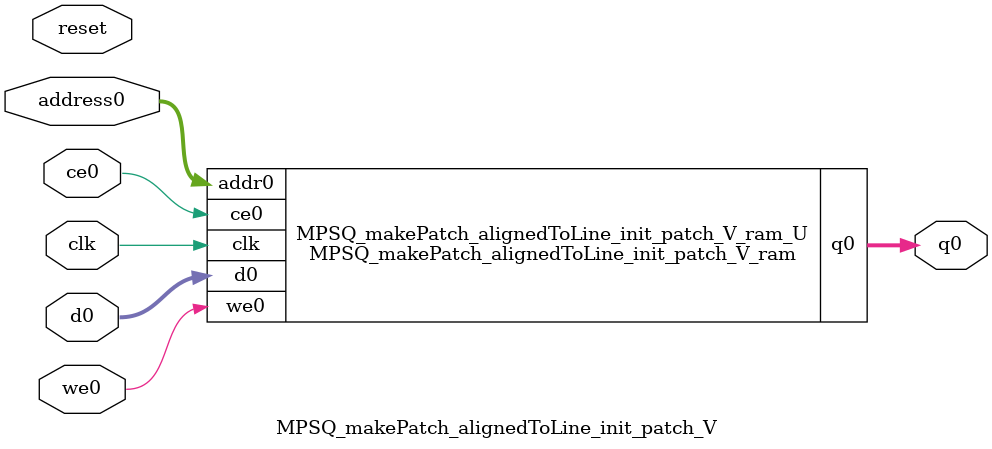
<source format=v>
`timescale 1 ns / 1 ps
module MPSQ_makePatch_alignedToLine_init_patch_V_ram (addr0, ce0, d0, we0, q0,  clk);

parameter DWIDTH = 32;
parameter AWIDTH = 8;
parameter MEM_SIZE = 160;

input[AWIDTH-1:0] addr0;
input ce0;
input[DWIDTH-1:0] d0;
input we0;
output reg[DWIDTH-1:0] q0;
input clk;

reg [DWIDTH-1:0] ram[0:MEM_SIZE-1];




always @(posedge clk)  
begin 
    if (ce0) begin
        if (we0) 
            ram[addr0] <= d0; 
        q0 <= ram[addr0];
    end
end


endmodule

`timescale 1 ns / 1 ps
module MPSQ_makePatch_alignedToLine_init_patch_V(
    reset,
    clk,
    address0,
    ce0,
    we0,
    d0,
    q0);

parameter DataWidth = 32'd32;
parameter AddressRange = 32'd160;
parameter AddressWidth = 32'd8;
input reset;
input clk;
input[AddressWidth - 1:0] address0;
input ce0;
input we0;
input[DataWidth - 1:0] d0;
output[DataWidth - 1:0] q0;



MPSQ_makePatch_alignedToLine_init_patch_V_ram MPSQ_makePatch_alignedToLine_init_patch_V_ram_U(
    .clk( clk ),
    .addr0( address0 ),
    .ce0( ce0 ),
    .we0( we0 ),
    .d0( d0 ),
    .q0( q0 ));

endmodule


</source>
